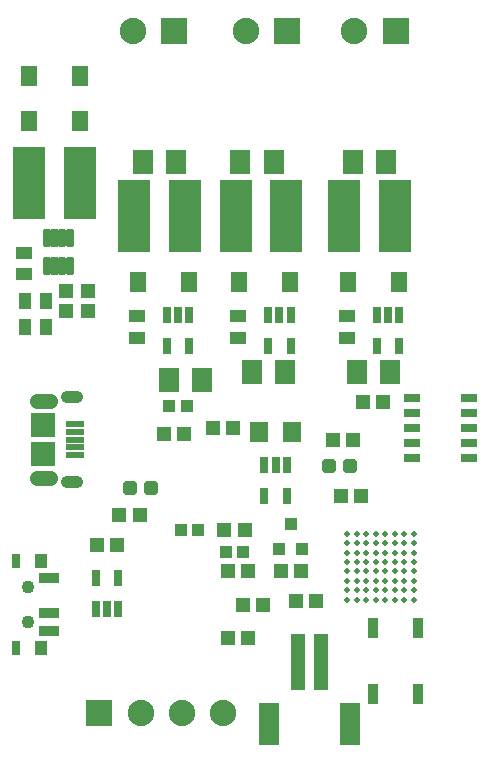
<source format=gbr>
G04 EAGLE Gerber RS-274X export*
G75*
%MOMM*%
%FSLAX34Y34*%
%LPD*%
%INSoldermask Top*%
%IPPOS*%
%AMOC8*
5,1,8,0,0,1.08239X$1,22.5*%
G01*
%ADD10R,1.303200X1.203200*%
%ADD11R,1.003200X1.003200*%
%ADD12R,0.753200X1.403200*%
%ADD13R,1.803200X2.003200*%
%ADD14R,2.703200X6.203200*%
%ADD15R,1.473200X1.673200*%
%ADD16R,1.403200X1.003200*%
%ADD17R,1.203200X4.803200*%
%ADD18R,1.803200X3.603200*%
%ADD19R,0.965200X1.727200*%
%ADD20C,0.508000*%
%ADD21R,2.235200X2.235200*%
%ADD22C,2.235200*%
%ADD23R,1.473200X0.711200*%
%ADD24R,1.003200X1.103200*%
%ADD25R,1.603200X1.803200*%
%ADD26C,0.505344*%
%ADD27R,1.203200X1.303200*%
%ADD28R,1.003200X1.403200*%
%ADD29C,0.325803*%
%ADD30R,1.553200X0.603200*%
%ADD31R,2.103200X2.103200*%
%ADD32C,1.043200*%
%ADD33C,1.268200*%
%ADD34R,1.703200X0.903200*%
%ADD35R,0.803200X1.203200*%
%ADD36R,1.003200X1.203200*%
%ADD37C,1.103200*%


D10*
X-72127Y-52502D03*
X-55127Y-52502D03*
D11*
X-52952Y-28346D03*
X-67952Y-28346D03*
D10*
X-18025Y-168275D03*
X-1025Y-168275D03*
D11*
X-5200Y-152400D03*
X-20200Y-152400D03*
D10*
X-4200Y-133350D03*
X-21200Y-133350D03*
D11*
X-43300Y-133350D03*
X-58300Y-133350D03*
D12*
X-50825Y47926D03*
X-60325Y47926D03*
X-69825Y47926D03*
X-69825Y21924D03*
X-50825Y21924D03*
D13*
X-62200Y177800D03*
X-90200Y177800D03*
X-67975Y-6350D03*
X-39975Y-6350D03*
D14*
X-54450Y131925D03*
X-97450Y131925D03*
D15*
X-51525Y76200D03*
X-94525Y76200D03*
D16*
X-95250Y29100D03*
X-95250Y47100D03*
D17*
X60800Y-245575D03*
X40800Y-245575D03*
D18*
X84800Y-297575D03*
X16800Y-297575D03*
D19*
X104775Y-272415D03*
X104775Y-216535D03*
X142875Y-272415D03*
X142875Y-216535D03*
D10*
X39125Y-193675D03*
X56125Y-193675D03*
D20*
X130905Y-136779D03*
X139033Y-136779D03*
X123031Y-136779D03*
X114903Y-136779D03*
X107029Y-136779D03*
X98901Y-136779D03*
X91027Y-136779D03*
X82899Y-136779D03*
X139033Y-144653D03*
X130905Y-144653D03*
X123031Y-144653D03*
X114903Y-144653D03*
X107029Y-144653D03*
X98901Y-144653D03*
X91027Y-144653D03*
X82899Y-144653D03*
X130905Y-152781D03*
X139033Y-152781D03*
X123031Y-152781D03*
X114903Y-152781D03*
X107029Y-152781D03*
X98901Y-152781D03*
X91027Y-152781D03*
X82899Y-152781D03*
X139033Y-160655D03*
X130905Y-160655D03*
X123031Y-160655D03*
X114903Y-160655D03*
X107029Y-160655D03*
X98901Y-160655D03*
X91027Y-160655D03*
X82899Y-160655D03*
X139033Y-168783D03*
X130905Y-168783D03*
X123031Y-168783D03*
X114903Y-168783D03*
X107029Y-168783D03*
X98901Y-168783D03*
X91027Y-168783D03*
X82899Y-168783D03*
X130905Y-176657D03*
X139033Y-176657D03*
X123031Y-176657D03*
X114903Y-176657D03*
X107029Y-176657D03*
X98901Y-176657D03*
X91027Y-176657D03*
X82899Y-176657D03*
X130905Y-184785D03*
X139033Y-184785D03*
X123031Y-184785D03*
X114903Y-184785D03*
X107029Y-184785D03*
X98901Y-184785D03*
X91027Y-184785D03*
X82899Y-184785D03*
X130905Y-192659D03*
X139033Y-192659D03*
X123031Y-192659D03*
X114903Y-192659D03*
X107029Y-192659D03*
X98901Y-192659D03*
X91027Y-192659D03*
X82899Y-192659D03*
D12*
X34900Y47926D03*
X25400Y47926D03*
X15900Y47926D03*
X15900Y21924D03*
X34900Y21924D03*
D13*
X20350Y177800D03*
X-7650Y177800D03*
X29875Y0D03*
X1875Y0D03*
D14*
X31275Y131925D03*
X-11725Y131925D03*
D15*
X34200Y76200D03*
X-8800Y76200D03*
D16*
X-9525Y29100D03*
X-9525Y47100D03*
D12*
X126975Y47926D03*
X117475Y47926D03*
X107975Y47926D03*
X107975Y21924D03*
X126975Y21924D03*
D13*
X115600Y177800D03*
X87600Y177800D03*
X118775Y0D03*
X90775Y0D03*
D14*
X123350Y131925D03*
X80350Y131925D03*
D15*
X126275Y76200D03*
X83275Y76200D03*
D16*
X82550Y29100D03*
X82550Y47100D03*
D21*
X-127000Y-288925D03*
D22*
X-92000Y-288925D03*
X-57000Y-288925D03*
X-22000Y-288925D03*
D10*
X77225Y-104775D03*
X94225Y-104775D03*
D23*
X137795Y-47625D03*
X137795Y-34925D03*
X137795Y-22225D03*
X137795Y-60325D03*
X137795Y-73025D03*
X186055Y-73025D03*
X186055Y-60325D03*
X186055Y-47625D03*
X186055Y-34925D03*
X186055Y-22225D03*
D24*
X34925Y-128700D03*
X44425Y-149700D03*
X25425Y-149700D03*
D10*
X26425Y-168275D03*
X43425Y-168275D03*
X-30725Y-47625D03*
X-13725Y-47625D03*
X96275Y-25400D03*
X113275Y-25400D03*
D25*
X8225Y-50800D03*
X36225Y-50800D03*
D12*
X31725Y-79074D03*
X22225Y-79074D03*
X12725Y-79074D03*
X12725Y-105076D03*
X31725Y-105076D03*
D10*
X-112150Y-146050D03*
X-129150Y-146050D03*
X-18025Y-225425D03*
X-1025Y-225425D03*
D26*
X-97355Y-101915D02*
X-97355Y-94935D01*
X-97355Y-101915D02*
X-104335Y-101915D01*
X-104335Y-94935D01*
X-97355Y-94935D01*
X-97355Y-97115D02*
X-104335Y-97115D01*
X-79815Y-94935D02*
X-79815Y-101915D01*
X-86795Y-101915D01*
X-86795Y-94935D01*
X-79815Y-94935D01*
X-79815Y-97115D02*
X-86795Y-97115D01*
D10*
X-93100Y-120650D03*
X-110100Y-120650D03*
X-5325Y-196850D03*
X11675Y-196850D03*
D12*
X-130150Y-200326D03*
X-120650Y-200326D03*
X-111150Y-200326D03*
X-111150Y-174324D03*
X-130150Y-174324D03*
D27*
X-154940Y51508D03*
X-154940Y68508D03*
X-136525Y68825D03*
X-136525Y51825D03*
D15*
X-143600Y250825D03*
X-186600Y250825D03*
X-143600Y212725D03*
X-186600Y212725D03*
D26*
X81480Y-75885D02*
X81480Y-82865D01*
X81480Y-75885D02*
X88460Y-75885D01*
X88460Y-82865D01*
X81480Y-82865D01*
X81480Y-78065D02*
X88460Y-78065D01*
X63940Y-75885D02*
X63940Y-82865D01*
X63940Y-75885D02*
X70920Y-75885D01*
X70920Y-82865D01*
X63940Y-82865D01*
X63940Y-78065D02*
X70920Y-78065D01*
D10*
X70875Y-57150D03*
X87875Y-57150D03*
D28*
X-189975Y38100D03*
X-171975Y38100D03*
X-189975Y60325D03*
X-171975Y60325D03*
D16*
X-190500Y101075D03*
X-190500Y83075D03*
D14*
X-143350Y160500D03*
X-186350Y160500D03*
D29*
X-169838Y95787D02*
X-169838Y83613D01*
X-173512Y83613D01*
X-173512Y95787D01*
X-169838Y95787D01*
X-169838Y86708D02*
X-173512Y86708D01*
X-173512Y89803D02*
X-169838Y89803D01*
X-169838Y92898D02*
X-173512Y92898D01*
X-163338Y95787D02*
X-163338Y83613D01*
X-167012Y83613D01*
X-167012Y95787D01*
X-163338Y95787D01*
X-163338Y86708D02*
X-167012Y86708D01*
X-167012Y89803D02*
X-163338Y89803D01*
X-163338Y92898D02*
X-167012Y92898D01*
X-156838Y95787D02*
X-156838Y83613D01*
X-160512Y83613D01*
X-160512Y95787D01*
X-156838Y95787D01*
X-156838Y86708D02*
X-160512Y86708D01*
X-160512Y89803D02*
X-156838Y89803D01*
X-156838Y92898D02*
X-160512Y92898D01*
X-150338Y95787D02*
X-150338Y83613D01*
X-154012Y83613D01*
X-154012Y95787D01*
X-150338Y95787D01*
X-150338Y86708D02*
X-154012Y86708D01*
X-154012Y89803D02*
X-150338Y89803D01*
X-150338Y92898D02*
X-154012Y92898D01*
X-150338Y107413D02*
X-150338Y119587D01*
X-150338Y107413D02*
X-154012Y107413D01*
X-154012Y119587D01*
X-150338Y119587D01*
X-150338Y110508D02*
X-154012Y110508D01*
X-154012Y113603D02*
X-150338Y113603D01*
X-150338Y116698D02*
X-154012Y116698D01*
X-156838Y119587D02*
X-156838Y107413D01*
X-160512Y107413D01*
X-160512Y119587D01*
X-156838Y119587D01*
X-156838Y110508D02*
X-160512Y110508D01*
X-160512Y113603D02*
X-156838Y113603D01*
X-156838Y116698D02*
X-160512Y116698D01*
X-163338Y119587D02*
X-163338Y107413D01*
X-167012Y107413D01*
X-167012Y119587D01*
X-163338Y119587D01*
X-163338Y110508D02*
X-167012Y110508D01*
X-167012Y113603D02*
X-163338Y113603D01*
X-163338Y116698D02*
X-167012Y116698D01*
X-169838Y119587D02*
X-169838Y107413D01*
X-173512Y107413D01*
X-173512Y119587D01*
X-169838Y119587D01*
X-169838Y110508D02*
X-173512Y110508D01*
X-173512Y113603D02*
X-169838Y113603D01*
X-169838Y116698D02*
X-173512Y116698D01*
D21*
X-63500Y288925D03*
D22*
X-98500Y288925D03*
D21*
X31750Y288925D03*
D22*
X-3250Y288925D03*
D21*
X123825Y288925D03*
D22*
X88825Y288925D03*
D30*
X-147875Y-70150D03*
D31*
X-174625Y-45150D03*
X-174625Y-69150D03*
D30*
X-147875Y-44150D03*
X-147875Y-50650D03*
X-147875Y-57150D03*
X-147875Y-63650D03*
D32*
X-146425Y-21000D02*
X-154825Y-21000D01*
X-154825Y-93300D02*
X-146425Y-93300D01*
D33*
X-169300Y-89700D02*
X-179950Y-89700D01*
X-179950Y-24600D02*
X-169300Y-24600D01*
D34*
X-169825Y-219350D03*
X-169825Y-204350D03*
X-169825Y-174350D03*
D35*
X-197325Y-233350D03*
D36*
X-176325Y-233350D03*
D35*
X-197325Y-160350D03*
D36*
X-176325Y-160350D03*
D37*
X-187325Y-211850D03*
X-187325Y-181850D03*
M02*

</source>
